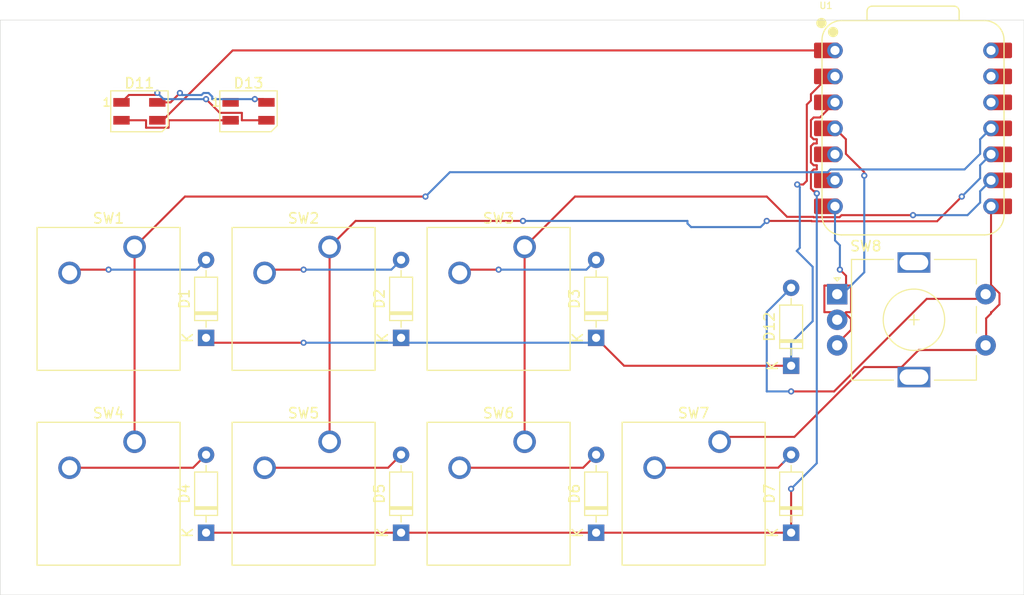
<source format=kicad_pcb>
(kicad_pcb (version 20241129) (generator "pcbnew") (generator_version "8.99")
  (layers (0 "F.Cu" signal) (2 "B.Cu" signal) (13 "F.Paste" user) (15 "B.Paste" user) (5 "F.SilkS" user "F.Silkscreen") (7 "B.SilkS" user "B.Silkscreen") (1 "F.Mask" user) (3 "B.Mask" user) (25 "Edge.Cuts" user))
  (net 0 "")
  (net 1 "Net-(D1-K)")
  (net 2 "Net-(D1-A)")
  (net 3 "Net-(D2-A)")
  (net 4 "Net-(D3-A)")
  (net 5 "Net-(D4-K)")
  (net 6 "Net-(D4-A)")
  (net 7 "Net-(D5-A)")
  (net 8 "Net-(D6-A)")
  (net 9 "Net-(D7-A)")
  (net 10 "Net-(D12-A)")
  (net 11 "+5V")
  (net 12 "GND")
  (net 13 "Net-(U1-GPIO3{slash}MOSI)")
  (net 14 "Net-(U1-GPIO4{slash}MISO)")
  (net 15 "Net-(U1-GPIO2{slash}SCK)")
  (net 16 "Net-(U1-GPIO1{slash}RX)")
  (net 17 "Net-(D11-DIN)")
  (net 18 "Net-(U1-GPIO0{slash}TX)")
  (net 22 "Net-(D11-DOUT)")
  (net 24 "Net-(U1-GPIO29{slash}ADC3{slash}A3)")
  (net 26 "unconnected-(U1-GPIO7{slash}SCL-Pad6)")
  (footprint "Diode_THT:D_DO-35_SOD27_P7.62mm_Horizontal" (layer "F.Cu") (at 126.2036 101.9156 90)
    (property "Reference" "D6" (at 3.81 -2.12 90) (layer "F.SilkS"))
    (property "Value" "1N4148")
    (fp_line (start 5.93 -1.12) (end 1.69 -1.12) (stroke (width 0.12)) (layer "F.SilkS"))
    (fp_line (start 2.53 -1.12) (end 2.53 1.12) (stroke (width 0.12)) (layer "F.SilkS"))
    (fp_line (start 2.41 -1.12) (end 2.41 1.12) (stroke (width 0.12)) (layer "F.SilkS"))
    (fp_line (start 2.29 -1.12) (end 2.29 1.12) (stroke (width 0.12)) (layer "F.SilkS"))
    (fp_line (start 1.69 -1.12) (end 1.69 1.12) (stroke (width 0.12)) (layer "F.SilkS"))
    (fp_line (start 6.58 0) (end 5.93 0) (stroke (width 0.12)) (layer "F.SilkS"))
    (fp_line (start 1.04 0) (end 1.69 0) (stroke (width 0.12)) (layer "F.SilkS"))
    (fp_line (start 5.93 1.12) (end 5.93 -1.12) (stroke (width 0.12)) (layer "F.SilkS"))
    (fp_line (start 1.69 1.12) (end 5.93 1.12) (stroke (width 0.12)) (layer "F.SilkS"))
    (fp_text user "K" (at 0 -1.8 90) (layer "F.SilkS"))
    (pad "1" thru_hole rect (at 0 0 90) (size 1.6 1.6) (drill 0.8) (layers "*.Cu" "*.Mask") (net 5 "Net-(D4-K)"))
    (pad "2" thru_hole oval (at 7.62 0 90) (size 1.6 1.6) (drill 0.8) (layers "*.Cu" "*.Mask") (net 8 "Net-(D6-A)"))
  )
  (footprint "3dlibrary:SW_Cherry_MX_1.00u_PCB" (layer "F.Cu") (at 100.1692 73.976)
    (property "Reference" "SW2" (at -2.54 -2.794 0) (layer "F.SilkS"))
    (property "Value" "SW_Push")
    (fp_line (start -9.525 -1.905) (end 4.445 -1.905) (stroke (width 0.12)) (layer "F.SilkS"))
    (fp_line (start -9.525 12.065) (end -9.525 -1.905) (stroke (width 0.12)) (layer "F.SilkS"))
    (fp_line (start 4.445 -1.905) (end 4.445 12.065) (stroke (width 0.12)) (layer "F.SilkS"))
    (fp_line (start 4.445 12.065) (end -9.525 12.065) (stroke (width 0.12)) (layer "F.SilkS"))
    (pad "" np_thru_hole circle (at -7.62 5.08) (size 1.7 1.7) (drill 1.7) (layers "*.Cu" "*.Mask"))
    (pad "" np_thru_hole circle (at -2.54 5.08) (size 4 4) (drill 4) (layers "*.Cu" "*.Mask"))
    (pad "" np_thru_hole circle (at 2.54 5.08) (size 1.7 1.7) (drill 1.7) (layers "*.Cu" "*.Mask"))
    (pad "1" thru_hole circle (at 0 0) (size 2.2 2.2) (drill 1.5) (layers "*.Cu" "*.Mask") (net 14 "Net-(U1-GPIO4{slash}MISO)"))
    (pad "2" thru_hole circle (at -6.35 2.54) (size 2.2 2.2) (drill 1.5) (layers "*.Cu" "*.Mask") (net 3 "Net-(D2-A)"))
  )
  (footprint "3dlibrary:RotaryEncoder_Alps_EC11E-Switch_Vertical_H20mm" (layer "F.Cu") (at 149.75 78.6)
    (property "Reference" "SW8" (at 2.8 -4.7 0) (layer "F.SilkS"))
    (property "Value" "RotaryEncoder_Switch")
    (fp_line (start -0.3 -1.6) (end 0.3 -1.6) (stroke (width 0.12)) (layer "F.SilkS"))
    (fp_line (start 0 -1.3) (end -0.3 -1.6) (stroke (width 0.12)) (layer "F.SilkS"))
    (fp_line (start 0.3 -1.6) (end 0 -1.3) (stroke (width 0.12)) (layer "F.SilkS"))
    (fp_line (start 1.4 -3.4) (end 1.4 8.4) (stroke (width 0.12)) (layer "F.SilkS"))
    (fp_line (start 5.5 -3.4) (end 1.4 -3.4) (stroke (width 0.12)) (layer "F.SilkS"))
    (fp_line (start 5.5 8.4) (end 1.4 8.4) (stroke (width 0.12)) (layer "F.SilkS"))
    (fp_line (start 7 2.5) (end 8 2.5) (stroke (width 0.12)) (layer "F.SilkS"))
    (fp_line (start 7.5 2) (end 7.5 3) (stroke (width 0.12)) (layer "F.SilkS"))
    (fp_line (start 9.5 -3.4) (end 13.6 -3.4) (stroke (width 0.12)) (layer "F.SilkS"))
    (fp_line (start 13.6 -3.4) (end 13.6 -1) (stroke (width 0.12)) (layer "F.SilkS"))
    (fp_line (start 13.6 1.2) (end 13.6 3.8) (stroke (width 0.12)) (layer "F.SilkS"))
    (fp_line (start 13.6 6) (end 13.6 8.4) (stroke (width 0.12)) (layer "F.SilkS"))
    (fp_line (start 13.6 8.4) (end 9.5 8.4) (stroke (width 0.12)) (layer "F.SilkS"))
    (fp_circle (center 7.5 2.5) (end 10.5 2.5) (stroke (width 0.12)) (fill no) (layer "F.SilkS"))
    (pad "A" thru_hole rect (at 0 0) (size 2 2) (drill 1) (layers "*.Cu" "*.Mask") (net 24 "Net-(U1-GPIO29{slash}ADC3{slash}A3)"))
    (pad "B" thru_hole circle (at 0 5) (size 2 2) (drill 1) (layers "*.Cu" "*.Mask") (net 18 "Net-(U1-GPIO0{slash}TX)"))
    (pad "C" thru_hole circle (at 0 2.5) (size 2 2) (drill 1) (layers "*.Cu" "*.Mask") (net 12 "GND"))
    (pad "MP" thru_hole rect (at 7.5 -3.1) (size 3.2 2) (drill oval 2.8 1.5) (layers "*.Cu" "*.Mask"))
    (pad "MP" thru_hole rect (at 7.5 8.1) (size 3.2 2) (drill oval 2.8 1.5) (layers "*.Cu" "*.Mask"))
    (pad "S1" thru_hole circle (at 14.5 5) (size 2 2) (drill 1) (layers "*.Cu" "*.Mask") (net 16 "Net-(U1-GPIO1{slash}RX)"))
    (pad "S2" thru_hole circle (at 14.5 0) (size 2 2) (drill 1) (layers "*.Cu" "*.Mask") (net 10 "Net-(D12-A)"))
  )
  (footprint "3dlibrary:LED_SK6812MINI_PLCC4_3.5x3.5mm_P1.75mm" (layer "F.Cu") (at 81.592 60.7202)
    (property "Reference" "D11" (at 0 -2.75 0) (layer "F.SilkS"))
    (property "Value" "SK6812MINI")
    (fp_line (start -2.8 -2) (end -2.8 2) (stroke (width 0.12)) (layer "F.SilkS"))
    (fp_line (start -2.8 -2) (end 2.8 -2) (stroke (width 0.12)) (layer "F.SilkS"))
    (fp_line (start -2.8 2) (end 2.2 2) (stroke (width 0.12)) (layer "F.SilkS"))
    (fp_line (start 2.8 1.4) (end 2.2 2) (stroke (width 0.12)) (layer "F.SilkS"))
    (fp_line (start 2.8 1.4) (end 2.8 -2) (stroke (width 0.12)) (layer "F.SilkS"))
    (fp_text user "1" (at -3.2 -0.875 0) (layer "F.SilkS") (effects (font (size 0.8 0.8))))
    (pad "1" smd rect (at -1.75 -0.875) (size 1.6 0.85) (layers "F.Cu" "F.Mask" "F.Paste") (net 22 "Net-(D11-DOUT)"))
    (pad "2" smd rect (at -1.75 0.875) (size 1.6 0.85) (layers "F.Cu" "F.Mask" "F.Paste") (net 12 "GND"))
    (pad "3" smd rect (at 1.75 0.875) (size 1.6 0.85) (layers "F.Cu" "F.Mask" "F.Paste") (net 17 "Net-(D11-DIN)"))
    (pad "4" smd rect (at 1.75 -0.875) (size 1.6 0.85) (layers "F.Cu" "F.Mask" "F.Paste") (net 11 "+5V"))
  )
  (footprint "Diode_THT:D_DO-35_SOD27_P7.62mm_Horizontal" (layer "F.Cu") (at 88.1044 101.9156 90)
    (property "Reference" "D4" (at 3.81 -2.12 90) (layer "F.SilkS"))
    (property "Value" "1N4148")
    (fp_line (start 5.93 -1.12) (end 1.69 -1.12) (stroke (width 0.12)) (layer "F.SilkS"))
    (fp_line (start 2.53 -1.12) (end 2.53 1.12) (stroke (width 0.12)) (layer "F.SilkS"))
    (fp_line (start 2.41 -1.12) (end 2.41 1.12) (stroke (width 0.12)) (layer "F.SilkS"))
    (fp_line (start 2.29 -1.12) (end 2.29 1.12) (stroke (width 0.12)) (layer "F.SilkS"))
    (fp_line (start 1.69 -1.12) (end 1.69 1.12) (stroke (width 0.12)) (layer "F.SilkS"))
    (fp_line (start 6.58 0) (end 5.93 0) (stroke (width 0.12)) (layer "F.SilkS"))
    (fp_line (start 1.04 0) (end 1.69 0) (stroke (width 0.12)) (layer "F.SilkS"))
    (fp_line (start 5.93 1.12) (end 5.93 -1.12) (stroke (width 0.12)) (layer "F.SilkS"))
    (fp_line (start 1.69 1.12) (end 5.93 1.12) (stroke (width 0.12)) (layer "F.SilkS"))
    (fp_text user "K" (at 0 -1.8 90) (layer "F.SilkS"))
    (pad "1" thru_hole rect (at 0 0 90) (size 1.6 1.6) (drill 0.8) (layers "*.Cu" "*.Mask") (net 5 "Net-(D4-K)"))
    (pad "2" thru_hole oval (at 7.62 0 90) (size 1.6 1.6) (drill 0.8) (layers "*.Cu" "*.Mask") (net 6 "Net-(D4-A)"))
  )
  (footprint "Diode_THT:D_DO-35_SOD27_P7.62mm_Horizontal" (layer "F.Cu") (at 107.154 101.9156 90)
    (property "Reference" "D5" (at 3.81 -2.12 90) (layer "F.SilkS"))
    (property "Value" "1N4148")
    (fp_line (start 5.93 -1.12) (end 1.69 -1.12) (stroke (width 0.12)) (layer "F.SilkS"))
    (fp_line (start 2.53 -1.12) (end 2.53 1.12) (stroke (width 0.12)) (layer "F.SilkS"))
    (fp_line (start 2.41 -1.12) (end 2.41 1.12) (stroke (width 0.12)) (layer "F.SilkS"))
    (fp_line (start 2.29 -1.12) (end 2.29 1.12) (stroke (width 0.12)) (layer "F.SilkS"))
    (fp_line (start 1.69 -1.12) (end 1.69 1.12) (stroke (width 0.12)) (layer "F.SilkS"))
    (fp_line (start 6.58 0) (end 5.93 0) (stroke (width 0.12)) (layer "F.SilkS"))
    (fp_line (start 1.04 0) (end 1.69 0) (stroke (width 0.12)) (layer "F.SilkS"))
    (fp_line (start 5.93 1.12) (end 5.93 -1.12) (stroke (width 0.12)) (layer "F.SilkS"))
    (fp_line (start 1.69 1.12) (end 5.93 1.12) (stroke (width 0.12)) (layer "F.SilkS"))
    (fp_text user "K" (at 0 -1.8 90) (layer "F.SilkS"))
    (pad "1" thru_hole rect (at 0 0 90) (size 1.6 1.6) (drill 0.8) (layers "*.Cu" "*.Mask") (net 5 "Net-(D4-K)"))
    (pad "2" thru_hole oval (at 7.62 0 90) (size 1.6 1.6) (drill 0.8) (layers "*.Cu" "*.Mask") (net 7 "Net-(D5-A)"))
  )
  (footprint "Diode_THT:D_DO-35_SOD27_P7.62mm_Horizontal" (layer "F.Cu") (at 107.154 82.866 90)
    (property "Reference" "D2" (at 3.81 -2.12 90) (layer "F.SilkS"))
    (property "Value" "1N4148")
    (fp_line (start 5.93 -1.12) (end 1.69 -1.12) (stroke (width 0.12)) (layer "F.SilkS"))
    (fp_line (start 2.53 -1.12) (end 2.53 1.12) (stroke (width 0.12)) (layer "F.SilkS"))
    (fp_line (start 2.41 -1.12) (end 2.41 1.12) (stroke (width 0.12)) (layer "F.SilkS"))
    (fp_line (start 2.29 -1.12) (end 2.29 1.12) (stroke (width 0.12)) (layer "F.SilkS"))
    (fp_line (start 1.69 -1.12) (end 1.69 1.12) (stroke (width 0.12)) (layer "F.SilkS"))
    (fp_line (start 6.58 0) (end 5.93 0) (stroke (width 0.12)) (layer "F.SilkS"))
    (fp_line (start 1.04 0) (end 1.69 0) (stroke (width 0.12)) (layer "F.SilkS"))
    (fp_line (start 5.93 1.12) (end 5.93 -1.12) (stroke (width 0.12)) (layer "F.SilkS"))
    (fp_line (start 1.69 1.12) (end 5.93 1.12) (stroke (width 0.12)) (layer "F.SilkS"))
    (fp_text user "K" (at 0 -1.8 90) (layer "F.SilkS"))
    (pad "1" thru_hole rect (at 0 0 90) (size 1.6 1.6) (drill 0.8) (layers "*.Cu" "*.Mask") (net 1 "Net-(D1-K)"))
    (pad "2" thru_hole oval (at 7.62 0 90) (size 1.6 1.6) (drill 0.8) (layers "*.Cu" "*.Mask") (net 3 "Net-(D2-A)"))
  )
  (footprint "3dlibrary:SW_Cherry_MX_1.00u_PCB" (layer "F.Cu") (at 119.2188 73.976)
    (property "Reference" "SW3" (at -2.54 -2.794 0) (layer "F.SilkS"))
    (property "Value" "SW_Push")
    (fp_line (start -9.525 -1.905) (end 4.445 -1.905) (stroke (width 0.12)) (layer "F.SilkS"))
    (fp_line (start -9.525 12.065) (end -9.525 -1.905) (stroke (width 0.12)) (layer "F.SilkS"))
    (fp_line (start 4.445 -1.905) (end 4.445 12.065) (stroke (width 0.12)) (layer "F.SilkS"))
    (fp_line (start 4.445 12.065) (end -9.525 12.065) (stroke (width 0.12)) (layer "F.SilkS"))
    (pad "" np_thru_hole circle (at -7.62 5.08) (size 1.7 1.7) (drill 1.7) (layers "*.Cu" "*.Mask"))
    (pad "" np_thru_hole circle (at -2.54 5.08) (size 4 4) (drill 4) (layers "*.Cu" "*.Mask"))
    (pad "" np_thru_hole circle (at 2.54 5.08) (size 1.7 1.7) (drill 1.7) (layers "*.Cu" "*.Mask"))
    (pad "1" thru_hole circle (at 0 0) (size 2.2 2.2) (drill 1.5) (layers "*.Cu" "*.Mask") (net 15 "Net-(U1-GPIO2{slash}SCK)"))
    (pad "2" thru_hole circle (at -6.35 2.54) (size 2.2 2.2) (drill 1.5) (layers "*.Cu" "*.Mask") (net 4 "Net-(D3-A)"))
  )
  (footprint "3dlibrary:SW_Cherry_MX_1.00u_PCB" (layer "F.Cu") (at 81.1196 93.0256)
    (property "Reference" "SW4" (at -2.54 -2.794 0) (layer "F.SilkS"))
    (property "Value" "SW_Push")
    (fp_line (start -9.525 -1.905) (end 4.445 -1.905) (stroke (width 0.12)) (layer "F.SilkS"))
    (fp_line (start -9.525 12.065) (end -9.525 -1.905) (stroke (width 0.12)) (layer "F.SilkS"))
    (fp_line (start 4.445 -1.905) (end 4.445 12.065) (stroke (width 0.12)) (layer "F.SilkS"))
    (fp_line (start 4.445 12.065) (end -9.525 12.065) (stroke (width 0.12)) (layer "F.SilkS"))
    (pad "" np_thru_hole circle (at -7.62 5.08) (size 1.7 1.7) (drill 1.7) (layers "*.Cu" "*.Mask"))
    (pad "" np_thru_hole circle (at -2.54 5.08) (size 4 4) (drill 4) (layers "*.Cu" "*.Mask"))
    (pad "" np_thru_hole circle (at 2.54 5.08) (size 1.7 1.7) (drill 1.7) (layers "*.Cu" "*.Mask"))
    (pad "1" thru_hole circle (at 0 0) (size 2.2 2.2) (drill 1.5) (layers "*.Cu" "*.Mask") (net 13 "Net-(U1-GPIO3{slash}MOSI)"))
    (pad "2" thru_hole circle (at -6.35 2.54) (size 2.2 2.2) (drill 1.5) (layers "*.Cu" "*.Mask") (net 6 "Net-(D4-A)"))
  )
  (footprint "Diode_THT:D_DO-35_SOD27_P7.62mm_Horizontal" (layer "F.Cu") (at 88.1044 82.866 90)
    (property "Reference" "D1" (at 3.81 -2.12 90) (layer "F.SilkS"))
    (property "Value" "1N4148")
    (fp_line (start 5.93 -1.12) (end 1.69 -1.12) (stroke (width 0.12)) (layer "F.SilkS"))
    (fp_line (start 2.53 -1.12) (end 2.53 1.12) (stroke (width 0.12)) (layer "F.SilkS"))
    (fp_line (start 2.41 -1.12) (end 2.41 1.12) (stroke (width 0.12)) (layer "F.SilkS"))
    (fp_line (start 2.29 -1.12) (end 2.29 1.12) (stroke (width 0.12)) (layer "F.SilkS"))
    (fp_line (start 1.69 -1.12) (end 1.69 1.12) (stroke (width 0.12)) (layer "F.SilkS"))
    (fp_line (start 6.58 0) (end 5.93 0) (stroke (width 0.12)) (layer "F.SilkS"))
    (fp_line (start 1.04 0) (end 1.69 0) (stroke (width 0.12)) (layer "F.SilkS"))
    (fp_line (start 5.93 1.12) (end 5.93 -1.12) (stroke (width 0.12)) (layer "F.SilkS"))
    (fp_line (start 1.69 1.12) (end 5.93 1.12) (stroke (width 0.12)) (layer "F.SilkS"))
    (fp_text user "K" (at 0 -1.8 90) (layer "F.SilkS"))
    (pad "1" thru_hole rect (at 0 0 90) (size 1.6 1.6) (drill 0.8) (layers "*.Cu" "*.Mask") (net 1 "Net-(D1-K)"))
    (pad "2" thru_hole oval (at 7.62 0 90) (size 1.6 1.6) (drill 0.8) (layers "*.Cu" "*.Mask") (net 2 "Net-(D1-A)"))
  )
  (footprint "3dlibrary:XIAO-RP2040-DIP" (layer "F.Cu") (at 157.1592 62.3876)
    (property "Reference" "U1" (at -8.5 -12 0) (layer "F.SilkS") (effects (font (size 0.635 0.635) (thickness 0.1016))))
    (property "Value" "XIAO-RP2040-DIP")
    (fp_line (start -8.89 8.509) (end -8.89 -8.636) (stroke (width 0.127)) (layer "F.SilkS"))
    (fp_line (start -6.985 10.414) (end 6.985 10.414) (stroke (width 0.127)) (layer "F.SilkS"))
    (fp_line (start -4.495 -10.541) (end -4.491272 -11.451272) (stroke (width 0.127)) (layer "F.SilkS"))
    (fp_line (start -3.991272 -11.951) (end 4.004 -11.951) (stroke (width 0.127)) (layer "F.SilkS"))
    (fp_line (start 4.504 -11.451) (end 4.504 -10.541) (stroke (width 0.127)) (layer "F.SilkS"))
    (fp_line (start 6.985 -10.541) (end -6.985 -10.541) (stroke (width 0.1)) (layer "F.SilkS"))
    (fp_line (start 6.985 -10.541) (end -6.985 -10.541) (stroke (width 0.127)) (layer "F.SilkS"))
    (fp_line (start 8.89 8.509) (end 8.89 -8.636) (stroke (width 0.127)) (layer "F.SilkS"))
    (fp_arc (start -8.89 -8.636) (mid -8.332038 -9.983038) (end -6.985 -10.541) (stroke (width 0.127)) (layer "F.SilkS"))
    (fp_arc (start -6.985 10.414) (mid -8.332038 9.856038) (end -8.89 8.509) (stroke (width 0.127)) (layer "F.SilkS"))
    (fp_arc (start -4.491272 -11.451272) (mid -4.344724 -11.804644) (end -3.991272 -11.951) (stroke (width 0.127)) (layer "F.SilkS"))
    (fp_arc (start 4.004 -11.951) (mid 4.357553 -11.804553) (end 4.504 -11.451) (stroke (width 0.127)) (layer "F.SilkS"))
    (fp_arc (start 6.985 -10.541) (mid 8.332038 -9.983038) (end 8.89 -8.636) (stroke (width 0.127)) (layer "F.SilkS"))
    (fp_arc (start 8.89 8.509) (mid 8.332038 9.856038) (end 6.985 10.414) (stroke (width 0.127)) (layer "F.SilkS"))
    (fp_circle (center -8.95 -10.3) (end -8.95 -10.554) (stroke (width 0.5)) (fill yes) (layer "F.SilkS"))
    (fp_circle (center -7.807 -9.42) (end -7.807 -9.674) (stroke (width 0.5)) (fill yes) (layer "F.SilkS"))
    (pad "1" smd roundrect (at -8.455 -7.62 180) (size 2.432 1.524) (layers "F.Cu" "F.Mask") (roundrect_rratio 0.1) (net 17 "Net-(D11-DIN)"))
    (pad "1" thru_hole circle (at -7.62 -7.62 180) (size 1.524 1.524) (drill 0.889) (layers "*.Cu" "*.Mask") (net 17 "Net-(D11-DIN)"))
    (pad "2" smd roundrect (at -8.455 -5.08 180) (size 2.432 1.524) (layers "F.Cu" "F.Mask") (roundrect_rratio 0.1) (net 1 "Net-(D1-K)"))
    (pad "2" thru_hole circle (at -7.62 -5.08 180) (size 1.524 1.524) (drill 0.889) (layers "*.Cu" "*.Mask") (net 1 "Net-(D1-K)"))
    (pad "3" smd roundrect (at -8.455 -2.54 180) (size 2.432 1.524) (layers "F.Cu" "F.Mask") (roundrect_rratio 0.1) (net 5 "Net-(D4-K)"))
    (pad "3" thru_hole circle (at -7.62 -2.54 180) (size 1.524 1.524) (drill 0.889) (layers "*.Cu" "*.Mask") (net 5 "Net-(D4-K)"))
    (pad "4" smd roundrect (at -8.455 0 180) (size 2.432 1.524) (layers "F.Cu" "F.Mask") (roundrect_rratio 0.1) (net 24 "Net-(U1-GPIO29{slash}ADC3{slash}A3)"))
    (pad "4" thru_hole circle (at -7.62 0 180) (size 1.524 1.524) (drill 0.889) (layers "*.Cu" "*.Mask") (net 24 "Net-(U1-GPIO29{slash}ADC3{slash}A3)"))
    (pad "5" smd roundrect (at -8.455 2.54 180) (size 2.432 1.524) (layers "F.Cu" "F.Mask") (roundrect_rratio 0.1))
    (pad "5" thru_hole circle (at -7.62 2.54 180) (size 1.524 1.524) (drill 0.889) (layers "*.Cu" "*.Mask"))
    (pad "6" smd roundrect (at -8.455 5.08 180) (size 2.432 1.524) (layers "F.Cu" "F.Mask") (roundrect_rratio 0.1) (net 26 "unconnected-(U1-GPIO7{slash}SCL-Pad6)"))
    (pad "6" thru_hole circle (at -7.62 5.08 180) (size 1.524 1.524) (drill 0.889) (layers "*.Cu" "*.Mask") (net 26 "unconnected-(U1-GPIO7{slash}SCL-Pad6)"))
    (pad "7" smd roundrect (at -8.455 7.62 180) (size 2.432 1.524) (layers "F.Cu" "F.Mask") (roundrect_rratio 0.1) (net 18 "Net-(U1-GPIO0{slash}TX)"))
    (pad "7" thru_hole circle (at -7.62 7.62 180) (size 1.524 1.524) (drill 0.889) (layers "*.Cu" "*.Mask") (net 18 "Net-(U1-GPIO0{slash}TX)"))
    (pad "8" thru_hole circle (at 7.62 7.62) (size 1.524 1.524) (drill 0.889) (layers "*.Cu" "*.Mask") (net 16 "Net-(U1-GPIO1{slash}RX)"))
    (pad "8" smd roundrect (at 8.455 7.62) (size 2.432 1.524) (layers "F.Cu" "F.Mask") (roundrect_rratio 0.1) (net 16 "Net-(U1-GPIO1{slash}RX)"))
    (pad "9" thru_hole circle (at 7.62 5.08) (size 1.524 1.524) (drill 0.889) (layers "*.Cu" "*.Mask") (net 15 "Net-(U1-GPIO2{slash}SCK)"))
    (pad "9" smd roundrect (at 8.455 5.08) (size 2.432 1.524) (layers "F.Cu" "F.Mask") (roundrect_rratio 0.1) (net 15 "Net-(U1-GPIO2{slash}SCK)"))
    (pad "10" thru_hole circle (at 7.62 2.54) (size 1.524 1.524) (drill 0.889) (layers "*.Cu" "*.Mask") (net 14 "Net-(U1-GPIO4{slash}MISO)"))
    (pad "10" smd roundrect (at 8.455 2.54) (size 2.432 1.524) (layers "F.Cu" "F.Mask") (roundrect_rratio 0.1) (net 14 "Net-(U1-GPIO4{slash}MISO)"))
    (pad "11" thru_hole circle (at 7.62 0) (size 1.524 1.524) (drill 0.889) (layers "*.Cu" "*.Mask") (net 13 "Net-(U1-GPIO3{slash}MOSI)"))
    (pad "11" smd roundrect (at 8.455 0) (size 2.432 1.524) (layers "F.Cu" "F.Mask") (roundrect_rratio 0.1) (net 13 "Net-(U1-GPIO3{slash}MOSI)"))
    (pad "12" thru_hole circle (at 7.62 -2.54) (size 1.524 1.524) (drill 0.889) (layers "*.Cu" "*.Mask"))
    (pad "12" smd roundrect (at 8.455 -2.54) (size 2.432 1.524) (layers "F.Cu" "F.Mask") (roundrect_rratio 0.1))
    (pad "13" thru_hole circle (at 7.62 -5.08) (size 1.524 1.524) (drill 0.889) (layers "*.Cu" "*.Mask"))
    (pad "13" smd roundrect (at 8.455 -5.08) (size 2.432 1.524) (layers "F.Cu" "F.Mask") (roundrect_rratio 0.1))
    (pad "14" thru_hole circle (at 7.62 -7.62) (size 1.524 1.524) (drill 0.889) (layers "*.Cu" "*.Mask"))
    (pad "14" smd roundrect (at 8.455 -7.62) (size 2.432 1.524) (layers "F.Cu" "F.Mask") (roundrect_rratio 0.1))
  )
  (footprint "3dlibrary:SW_Cherry_MX_1.00u_PCB" (layer "F.Cu") (at 81.1196 73.976)
    (property "Reference" "SW1" (at -2.54 -2.794 0) (layer "F.SilkS"))
    (property "Value" "SW_Push")
    (fp_line (start -9.525 -1.905) (end 4.445 -1.905) (stroke (width 0.12)) (layer "F.SilkS"))
    (fp_line (start -9.525 12.065) (end -9.525 -1.905) (stroke (width 0.12)) (layer "F.SilkS"))
    (fp_line (start 4.445 -1.905) (end 4.445 12.065) (stroke (width 0.12)) (layer "F.SilkS"))
    (fp_line (start 4.445 12.065) (end -9.525 12.065) (stroke (width 0.12)) (layer "F.SilkS"))
    (pad "" np_thru_hole circle (at -7.62 5.08) (size 1.7 1.7) (drill 1.7) (layers "*.Cu" "*.Mask"))
    (pad "" np_thru_hole circle (at -2.54 5.08) (size 4 4) (drill 4) (layers "*.Cu" "*.Mask"))
    (pad "" np_thru_hole circle (at 2.54 5.08) (size 1.7 1.7) (drill 1.7) (layers "*.Cu" "*.Mask"))
    (pad "1" thru_hole circle (at 0 0) (size 2.2 2.2) (drill 1.5) (layers "*.Cu" "*.Mask") (net 13 "Net-(U1-GPIO3{slash}MOSI)"))
    (pad "2" thru_hole circle (at -6.35 2.54) (size 2.2 2.2) (drill 1.5) (layers "*.Cu" "*.Mask") (net 2 "Net-(D1-A)"))
  )
  (footprint "Diode_THT:D_DO-35_SOD27_P7.62mm_Horizontal" (layer "F.Cu") (at 126.2036 82.866 90)
    (property "Reference" "D3" (at 3.81 -2.12 90) (layer "F.SilkS"))
    (property "Value" "1N4148")
    (fp_line (start 5.93 -1.12) (end 1.69 -1.12) (stroke (width 0.12)) (layer "F.SilkS"))
    (fp_line (start 2.53 -1.12) (end 2.53 1.12) (stroke (width 0.12)) (layer "F.SilkS"))
    (fp_line (start 2.41 -1.12) (end 2.41 1.12) (stroke (width 0.12)) (layer "F.SilkS"))
    (fp_line (start 2.29 -1.12) (end 2.29 1.12) (stroke (width 0.12)) (layer "F.SilkS"))
    (fp_line (start 1.69 -1.12) (end 1.69 1.12) (stroke (width 0.12)) (layer "F.SilkS"))
    (fp_line (start 6.58 0) (end 5.93 0) (stroke (width 0.12)) (layer "F.SilkS"))
    (fp_line (start 1.04 0) (end 1.69 0) (stroke (width 0.12)) (layer "F.SilkS"))
    (fp_line (start 5.93 1.12) (end 5.93 -1.12) (stroke (width 0.12)) (layer "F.SilkS"))
    (fp_line (start 1.69 1.12) (end 5.93 1.12) (stroke (width 0.12)) (layer "F.SilkS"))
    (fp_text user "K" (at 0 -1.8 90) (layer "F.SilkS"))
    (pad "1" thru_hole rect (at 0 0 90) (size 1.6 1.6) (drill 0.8) (layers "*.Cu" "*.Mask") (net 1 "Net-(D1-K)"))
    (pad "2" thru_hole oval (at 7.62 0 90) (size 1.6 1.6) (drill 0.8) (layers "*.Cu" "*.Mask") (net 4 "Net-(D3-A)"))
  )
  (footprint "Diode_THT:D_DO-35_SOD27_P7.62mm_Horizontal" (layer "F.Cu") (at 145.2532 85.5952 90)
    (property "Reference" "D12" (at 3.81 -2.12 90) (layer "F.SilkS"))
    (property "Value" "1N4148")
    (fp_line (start 5.93 -1.12) (end 1.69 -1.12) (stroke (width 0.12)) (layer "F.SilkS"))
    (fp_line (start 2.53 -1.12) (end 2.53 1.12) (stroke (width 0.12)) (layer "F.SilkS"))
    (fp_line (start 2.41 -1.12) (end 2.41 1.12) (stroke (width 0.12)) (layer "F.SilkS"))
    (fp_line (start 2.29 -1.12) (end 2.29 1.12) (stroke (width 0.12)) (layer "F.SilkS"))
    (fp_line (start 1.69 -1.12) (end 1.69 1.12) (stroke (width 0.12)) (layer "F.SilkS"))
    (fp_line (start 6.58 0) (end 5.93 0) (stroke (width 0.12)) (layer "F.SilkS"))
    (fp_line (start 1.04 0) (end 1.69 0) (stroke (width 0.12)) (layer "F.SilkS"))
    (fp_line (start 5.93 1.12) (end 5.93 -1.12) (stroke (width 0.12)) (layer "F.SilkS"))
    (fp_line (start 1.69 1.12) (end 5.93 1.12) (stroke (width 0.12)) (layer "F.SilkS"))
    (fp_text user "K" (at 0 -1.8 90) (layer "F.SilkS"))
    (pad "1" thru_hole rect (at 0 0 90) (size 1.6 1.6) (drill 0.8) (layers "*.Cu" "*.Mask") (net 1 "Net-(D1-K)"))
    (pad "2" thru_hole oval (at 7.62 0 90) (size 1.6 1.6) (drill 0.8) (layers "*.Cu" "*.Mask") (net 10 "Net-(D12-A)"))
  )
  (footprint "3dlibrary:SW_Cherry_MX_1.00u_PCB" (layer "F.Cu") (at 100.1692 93.0256)
    (property "Reference" "SW5" (at -2.54 -2.794 0) (layer "F.SilkS"))
    (property "Value" "SW_Push")
    (fp_line (start -9.525 -1.905) (end 4.445 -1.905) (stroke (width 0.12)) (layer "F.SilkS"))
    (fp_line (start -9.525 12.065) (end -9.525 -1.905) (stroke (width 0.12)) (layer "F.SilkS"))
    (fp_line (start 4.445 -1.905) (end 4.445 12.065) (stroke (width 0.12)) (layer "F.SilkS"))
    (fp_line (start 4.445 12.065) (end -9.525 12.065) (stroke (width 0.12)) (layer "F.SilkS"))
    (pad "" np_thru_hole circle (at -7.62 5.08) (size 1.7 1.7) (drill 1.7) (layers "*.Cu" "*.Mask"))
    (pad "" np_thru_hole circle (at -2.54 5.08) (size 4 4) (drill 4) (layers "*.Cu" "*.Mask"))
    (pad "" np_thru_hole circle (at 2.54 5.08) (size 1.7 1.7) (drill 1.7) (layers "*.Cu" "*.Mask"))
    (pad "1" thru_hole circle (at 0 0) (size 2.2 2.2) (drill 1.5) (layers "*.Cu" "*.Mask") (net 14 "Net-(U1-GPIO4{slash}MISO)"))
    (pad "2" thru_hole circle (at -6.35 2.54) (size 2.2 2.2) (drill 1.5) (layers "*.Cu" "*.Mask") (net 7 "Net-(D5-A)"))
  )
  (footprint "Diode_THT:D_DO-35_SOD27_P7.62mm_Horizontal" (layer "F.Cu") (at 145.2532 101.9156 90)
    (property "Reference" "D7" (at 3.81 -2.12 90) (layer "F.SilkS"))
    (property "Value" "1N4148")
    (fp_line (start 5.93 -1.12) (end 1.69 -1.12) (stroke (width 0.12)) (layer "F.SilkS"))
    (fp_line (start 2.53 -1.12) (end 2.53 1.12) (stroke (width 0.12)) (layer "F.SilkS"))
    (fp_line (start 2.41 -1.12) (end 2.41 1.12) (stroke (width 0.12)) (layer "F.SilkS"))
    (fp_line (start 2.29 -1.12) (end 2.29 1.12) (stroke (width 0.12)) (layer "F.SilkS"))
    (fp_line (start 1.69 -1.12) (end 1.69 1.12) (stroke (width 0.12)) (layer "F.SilkS"))
    (fp_line (start 6.58 0) (end 5.93 0) (stroke (width 0.12)) (layer "F.SilkS"))
    (fp_line (start 1.04 0) (end 1.69 0) (stroke (width 0.12)) (layer "F.SilkS"))
    (fp_line (start 5.93 1.12) (end 5.93 -1.12) (stroke (width 0.12)) (layer "F.SilkS"))
    (fp_line (start 1.69 1.12) (end 5.93 1.12) (stroke (width 0.12)) (layer "F.SilkS"))
    (fp_text user "K" (at 0 -1.8 90) (layer "F.SilkS"))
    (pad "1" thru_hole rect (at 0 0 90) (size 1.6 1.6) (drill 0.8) (layers "*.Cu" "*.Mask") (net 5 "Net-(D4-K)"))
    (pad "2" thru_hole oval (at 7.62 0 90) (size 1.6 1.6) (drill 0.8) (layers "*.Cu" "*.Mask") (net 9 "Net-(D7-A)"))
  )
  (footprint "3dlibrary:SW_Cherry_MX_1.00u_PCB" (layer "F.Cu") (at 119.2188 93.0256)
    (property "Reference" "SW6" (at -2.54 -2.794 0) (layer "F.SilkS"))
    (property "Value" "SW_Push")
    (fp_line (start -9.525 -1.905) (end 4.445 -1.905) (stroke (width 0.12)) (layer "F.SilkS"))
    (fp_line (start -9.525 12.065) (end -9.525 -1.905) (stroke (width 0.12)) (layer "F.SilkS"))
    (fp_line (start 4.445 -1.905) (end 4.445 12.065) (stroke (width 0.12)) (layer "F.SilkS"))
    (fp_line (start 4.445 12.065) (end -9.525 12.065) (stroke (width 0.12)) (layer "F.SilkS"))
    (pad "" np_thru_hole circle (at -7.62 5.08) (size 1.7 1.7) (drill 1.7) (layers "*.Cu" "*.Mask"))
    (pad "" np_thru_hole circle (at -2.54 5.08) (size 4 4) (drill 4) (layers "*.Cu" "*.Mask"))
    (pad "" np_thru_hole circle (at 2.54 5.08) (size 1.7 1.7) (drill 1.7) (layers "*.Cu" "*.Mask"))
    (pad "1" thru_hole circle (at 0 0) (size 2.2 2.2) (drill 1.5) (layers "*.Cu" "*.Mask") (net 15 "Net-(U1-GPIO2{slash}SCK)"))
    (pad "2" thru_hole circle (at -6.35 2.54) (size 2.2 2.2) (drill 1.5) (layers "*.Cu" "*.Mask") (net 8 "Net-(D6-A)"))
  )
  (footprint "3dlibrary:LED_SK6812MINI_PLCC4_3.5x3.5mm_P1.75mm" (layer "F.Cu") (at 92.25 60.7202)
    (property "Reference" "D13" (at 0 -2.75 0) (layer "F.SilkS"))
    (property "Value" "SK6812MINI")
    (fp_line (start -2.8 -2) (end -2.8 2) (stroke (width 0.12)) (layer "F.SilkS"))
    (fp_line (start -2.8 -2) (end 2.8 -2) (stroke (width 0.12)) (layer "F.SilkS"))
    (fp_line (start -2.8 2) (end 2.2 2) (stroke (width 0.12)) (layer "F.SilkS"))
    (fp_line (start 2.8 1.4) (end 2.2 2) (stroke (width 0.12)) (layer "F.SilkS"))
    (fp_line (start 2.8 1.4) (end 2.8 -2) (stroke (width 0.12)) (layer "F.SilkS"))
    (fp_text user "1" (at -3.2 -0.875 0) (layer "F.SilkS") (effects (font (size 0.8 0.8))))
    (pad "1" smd rect (at -1.75 -0.875) (size 1.6 0.85) (layers "F.Cu" "F.Mask" "F.Paste"))
    (pad "2" smd rect (at -1.75 0.875) (size 1.6 0.85) (layers "F.Cu" "F.Mask" "F.Paste") (net 12 "GND"))
    (pad "3" smd rect (at 1.75 0.875) (size 1.6 0.85) (layers "F.Cu" "F.Mask" "F.Paste") (net 22 "Net-(D11-DOUT)"))
    (pad "4" smd rect (at 1.75 -0.875) (size 1.6 0.85) (layers "F.Cu" "F.Mask" "F.Paste") (net 11 "+5V"))
  )
  (footprint "3dlibrary:SW_Cherry_MX_1.00u_PCB" (layer "F.Cu") (at 138.2684 93.02)
    (property "Reference" "SW7" (at -2.54 -2.794 0) (layer "F.SilkS"))
    (property "Value" "SW_Push")
    (fp_line (start -9.525 -1.905) (end 4.445 -1.905) (stroke (width 0.12)) (layer "F.SilkS"))
    (fp_line (start -9.525 12.065) (end -9.525 -1.905) (stroke (width 0.12)) (layer "F.SilkS"))
    (fp_line (start 4.445 -1.905) (end 4.445 12.065) (stroke (width 0.12)) (layer "F.SilkS"))
    (fp_line (start 4.445 12.065) (end -9.525 12.065) (stroke (width 0.12)) (layer "F.SilkS"))
    (pad "" np_thru_hole circle (at -7.62 5.08) (size 1.7 1.7) (drill 1.7) (layers "*.Cu" "*.Mask"))
    (pad "" np_thru_hole circle (at -2.54 5.08) (size 4 4) (drill 4) (layers "*.Cu" "*.Mask"))
    (pad "" np_thru_hole circle (at 2.54 5.08) (size 1.7 1.7) (drill 1.7) (layers "*.Cu" "*.Mask"))
    (pad "1" thru_hole circle (at 0 0) (size 2.2 2.2) (drill 1.5) (layers "*.Cu" "*.Mask") (net 16 "Net-(U1-GPIO1{slash}RX)"))
    (pad "2" thru_hole circle (at -6.35 2.54) (size 2.2 2.2) (drill 1.5) (layers "*.Cu" "*.Mask") (net 9 "Net-(D7-A)"))
  )
  (gr_rect (start 68 51.8) (end 168 108) (stroke (width 0.05)) (fill no) (layer "Edge.Cuts"))
  (segment (start 148.925574 57.3076) (end 149.5392 57.3076) (width 0.2) (layer "F.Cu") (net 1))
  (segment (start 147.1872 59.045974) (end 148.925574 57.3076) (width 0.2) (layer "F.Cu") (net 1))
  (segment (start 128.9328 85.5952) (end 145.2532 85.5952) (width 0.2) (layer "F.Cu") (net 1))
  (segment (start 145.849848 67.8736) (end 146.4344 67.8736) (width 0.2) (layer "F.Cu") (net 1))
  (segment (start 126.2036 82.866) (end 128.9328 85.5952) (width 0.2) (layer "F.Cu") (net 1))
  (segment (start 146.7862 60.0606) (end 147.1872 59.6596) (width 0.2) (layer "F.Cu") (net 1))
  (segment (start 146.4344 67.8736) (end 146.7862 67.5218) (width 0.2) (layer "F.Cu") (net 1))
  (segment (start 146.7862 67.5218) (end 146.7862 60.0606) (width 0.2) (layer "F.Cu") (net 1))
  (segment (start 88.1044 82.866) (end 88.5804 83.342) (width 0.2) (layer "F.Cu") (net 1))
  (segment (start 147.1872 59.6596) (end 147.1872 59.045974) (width 0.2) (layer "F.Cu") (net 1))
  (segment (start 88.5804 83.342) (end 97.6292 83.342) (width 0.2) (layer "F.Cu") (net 1))
  (via (at 97.6292 83.342) (size 0.6) (drill 0.3) (layers "F.Cu" "B.Cu") (net 1))
  (via (at 145.849848 67.8736) (size 0.6) (drill 0.3) (layers "F.Cu" "B.Cu") (net 1))
  (segment (start 125.7276 83.342) (end 126.2036 82.866) (width 0.2) (layer "B.Cu") (net 1))
  (segment (start 147.356903 75.920903) (end 145.801973 74.365973) (width 0.2) (layer "B.Cu") (net 1))
  (segment (start 97.6292 83.342) (end 125.7276 83.342) (width 0.2) (layer "B.Cu") (net 1))
  (segment (start 145.2532 85.5952) (end 145.2532 83.342) (width 0.2) (layer "B.Cu") (net 1))
  (segment (start 147.356903 81.238297) (end 147.356903 75.920903) (width 0.2) (layer "B.Cu") (net 1))
  (segment (start 146.101803 68.125555) (end 145.849848 67.8736) (width 0.2) (layer "B.Cu") (net 1))
  (segment (start 145.801973 74.365973) (end 146.101803 74.066143) (width 0.2) (layer "B.Cu") (net 1))
  (segment (start 146.101803 74.066143) (end 146.101803 68.125555) (width 0.2) (layer "B.Cu") (net 1))
  (segment (start 145.2532 83.342) (end 147.356903 81.238297) (width 0.2) (layer "B.Cu") (net 1))
  (segment (start 74.7696 76.516) (end 75.0872 76.1984) (width 0.2) (layer "F.Cu") (net 2))
  (segment (start 75.0872 76.1984) (end 78.5796 76.1984) (width 0.2) (layer "F.Cu") (net 2))
  (via (at 78.5796 76.1984) (size 0.6) (drill 0.3) (layers "F.Cu" "B.Cu") (net 2))
  (segment (start 87.152 76.1984) (end 88.1044 75.246) (width 0.2) (layer "B.Cu") (net 2))
  (segment (start 78.5796 76.1984) (end 87.152 76.1984) (width 0.2) (layer "B.Cu") (net 2))
  (segment (start 94.1368 76.1984) (end 97.6292 76.1984) (width 0.2) (layer "F.Cu") (net 3))
  (segment (start 93.8192 76.516) (end 94.1368 76.1984) (width 0.2) (layer "F.Cu") (net 3))
  (via (at 97.6292 76.1984) (size 0.6) (drill 0.3) (layers "F.Cu" "B.Cu") (net 3))
  (segment (start 97.6292 76.1984) (end 106.2016 76.1984) (width 0.2) (layer "B.Cu") (net 3))
  (segment (start 106.2016 76.1984) (end 107.154 75.246) (width 0.2) (layer "B.Cu") (net 3))
  (segment (start 112.8688 76.516) (end 113.1864 76.1984) (width 0.2) (layer "F.Cu") (net 4))
  (segment (start 113.1864 76.1984) (end 116.6788 76.1984) (width 0.2) (layer "F.Cu") (net 4))
  (via (at 116.6788 76.1984) (size 0.6) (drill 0.3) (layers "F.Cu" "B.Cu") (net 4))
  (segment (start 125.2512 76.1984) (end 126.2036 75.246) (width 0.2) (layer "B.Cu") (net 4))
  (segment (start 116.6788 76.1984) (end 125.2512 76.1984) (width 0.2) (layer "B.Cu") (net 4))
  (segment (start 147.448574 63.4506) (end 147.1872 63.189226) (width 0.2) (layer "F.Cu") (net 5))
  (segment (start 147.1872 68.269226) (end 147.1872 66.665974) (width 0.2) (layer "F.Cu") (net 5))
  (segment (start 147.1872 65.729226) (end 147.1872 64.125974) (width 0.2) (layer "F.Cu") (net 5))
  (segment (start 147.757903 63.4506) (end 147.448574 63.4506) (width 0.2) (layer "F.Cu") (net 5))
  (segment (start 107.154 101.9156) (end 145.2532 101.9156) (width 0.2) (layer "F.Cu") (net 5))
  (segment (start 147.1872 66.665974) (end 147.448574 66.4046) (width 0.2) (layer "F.Cu") (net 5))
  (segment (start 147.448574 63.8646) (end 147.757903 63.8646) (width 0.2) (layer "F.Cu") (net 5))
  (segment (start 147.1872 63.189226) (end 147.1872 61.585974) (width 0.2) (layer "F.Cu") (net 5))
  (segment (start 147.757903 68.931297) (end 147.757903 68.5306) (width 0.2) (layer "F.Cu") (net 5))
  (segment (start 147.448574 66.4046) (end 147.757903 66.4046) (width 0.2) (layer "F.Cu") (net 5))
  (segment (start 147.448574 68.5306) (end 147.1872 68.269226) (width 0.2) (layer "F.Cu") (net 5))
  (segment (start 145.2532 101.9156) (end 145.2532 97.6292) (width 0.2) (layer "F.Cu") (net 5))
  (segment (start 148.0622 61.3246) (end 149.5392 59.8476) (width 0.2) (layer "F.Cu") (net 5))
  (segment (start 147.757903 68.7456) (end 147.757903 68.931297) (width 0.2) (layer "F.Cu") (net 5))
  (segment (start 147.757903 68.5306) (end 147.448574 68.5306) (width 0.2) (layer "F.Cu") (net 5))
  (segment (start 147.1872 64.125974) (end 147.448574 63.8646) (width 0.2) (layer "F.Cu") (net 5))
  (segment (start 147.757903 63.8646) (end 147.757903 63.4506) (width 0.2) (layer "F.Cu") (net 5))
  (segment (start 147.448574 61.3246) (end 148.0622 61.3246) (width 0.2) (layer "F.Cu") (net 5))
  (segment (start 147.757903 65.9906) (end 147.448574 65.9906) (width 0.2) (layer "F.Cu") (net 5))
  (segment (start 147.757903 66.4046) (end 147.757903 65.9906) (width 0.2) (layer "F.Cu") (net 5))
  (segment (start 88.1044 101.9156) (end 107.154 101.9156) (width 0.2) (layer "F.Cu") (net 5))
  (segment (start 147.1872 61.585974) (end 147.448574 61.3246) (width 0.2) (layer "F.Cu") (net 5))
  (segment (start 147.448574 65.9906) (end 147.1872 65.729226) (width 0.2) (layer "F.Cu") (net 5))
  (via (at 147.757903 68.7456) (size 0.6) (drill 0.3) (layers "F.Cu" "B.Cu") (net 5))
  (via (at 145.2532 97.6292) (size 0.6) (drill 0.3) (layers "F.Cu" "B.Cu") (net 5))
  (segment (start 147.757903 95.124497) (end 147.757903 68.7456) (width 0.2) (layer "B.Cu") (net 5))
  (segment (start 145.2532 97.6292) (end 147.757903 95.124497) (width 0.2) (layer "B.Cu") (net 5))
  (segment (start 86.8344 95.5656) (end 88.1044 94.2956) (width 0.2) (layer "F.Cu") (net 6))
  (segment (start 74.7696 95.5656) (end 86.8344 95.5656) (width 0.2) (layer "F.Cu") (net 6))
  (segment (start 93.8192 95.5656) (end 105.884 95.5656) (width 0.2) (layer "F.Cu") (net 7))
  (segment (start 105.884 95.5656) (end 107.154 94.2956) (width 0.2) (layer "F.Cu") (net 7))
  (segment (start 112.8688 95.5656) (end 124.9336 95.5656) (width 0.2) (layer "F.Cu") (net 8))
  (segment (start 124.9336 95.5656) (end 126.2036 94.2956) (width 0.2) (layer "F.Cu") (net 8))
  (segment (start 143.9888 95.56) (end 145.2532 94.2956) (width 0.2) (layer "F.Cu") (net 9))
  (segment (start 131.9184 95.56) (end 143.9888 95.56) (width 0.2) (layer "F.Cu") (net 9))
  (segment (start 144.4696 95.0792) (end 145.2532 94.2956) (width 0.2) (layer "B.Cu") (net 9))
  (segment (start 158.4969 79.056) (end 164.3028 79.056) (width 0.2) (layer "F.Cu") (net 10))
  (segment (start 145.2532 88.1044) (end 149.4485 88.1044) (width 0.2) (layer "F.Cu") (net 10))
  (segment (start 149.4485 88.1044) (end 158.4969 79.056) (width 0.2) (layer "F.Cu") (net 10))
  (via (at 145.2532 88.1044) (size 0.6) (drill 0.3) (layers "F.Cu" "B.Cu") (net 10))
  (segment (start 142.872 88.1044) (end 145.2532 88.1044) (width 0.2) (layer "B.Cu") (net 10))
  (segment (start 142.872 85.7232) (end 142.872 88.1044) (width 0.2) (layer "B.Cu") (net 10))
  (segment (start 142.872 80.3564) (end 142.872 85.7232) (width 0.2) (layer "B.Cu") (net 10))
  (segment (start 145.2532 77.9752) (end 142.872 80.3564) (width 0.2) (layer "B.Cu") (net 10))
  (segment (start 92.8668 59.53) (end 93.6848 59.53) (width 0.2) (layer "F.Cu") (net 11))
  (segment (start 84.6334 59.8452) (end 85.5486 58.93) (width 0.2) (layer "F.Cu") (net 11))
  (segment (start 93.6848 59.53) (end 94 59.8452) (width 0.2) (layer "F.Cu") (net 11))
  (segment (start 83.342 59.8452) (end 84.6334 59.8452) (width 0.2) (layer "F.Cu") (net 11))
  (via (at 92.8668 59.53) (size 0.6) (drill 0.3) (layers "F.Cu" "B.Cu") (net 11))
  (via (at 85.5486 58.93) (size 0.6) (drill 0.3) (layers "F.Cu" "B.Cu") (net 11))
  (segment (start 85.5486 58.93) (end 85.7476 59.129) (width 0.2) (layer "B.Cu") (net 11))
  (segment (start 88.7054 59.281057) (end 88.7054 59.53) (width 0.2) (layer "B.Cu") (net 11))
  (segment (start 87.855457 58.929) (end 88.353343 58.929) (width 0.2) (layer "B.Cu") (net 11))
  (segment (start 88.7054 59.53) (end 92.8668 59.53) (width 0.2) (layer "B.Cu") (net 11))
  (segment (start 87.655457 59.129) (end 87.855457 58.929) (width 0.2) (layer "B.Cu") (net 11))
  (segment (start 85.7476 59.129) (end 87.655457 59.129) (width 0.2) (layer "B.Cu") (net 11))
  (segment (start 88.353343 58.929) (end 88.7054 59.281057) (width 0.2) (layer "B.Cu") (net 11))
  (segment (start 150.0156 80.9608) (end 149.4118 80.357) (width 0.2) (layer "F.Cu") (net 12))
  (segment (start 82.241 62.3212) (end 84.443 62.3212) (width 0.2) (layer "F.Cu") (net 12))
  (segment (start 84.443 62.3212) (end 84.443 61.5952) (width 0.2) (layer "F.Cu") (net 12))
  (segment (start 149.8028 81.556) (end 150.0156 81.3432) (width 0.2) (layer "F.Cu") (net 12))
  (segment (start 148.5018 77.755) (end 149.4118 77.755) (width 0.2) (layer "F.Cu") (net 12))
  (segment (start 82.241 61.5952) (end 82.241 62.3212) (width 0.2) (layer "F.Cu") (net 12))
  (segment (start 148.5018 80.357) (end 148.5018 77.755) (width 0.2) (layer "F.Cu") (net 12))
  (segment (start 91.2 61.5952) (end 91.2 61.7613) (width 0.2) (layer "F.Cu") (net 12))
  (segment (start 149.4118 80.357) (end 148.5018 80.357) (width 0.2) (layer "F.Cu") (net 12))
  (segment (start 90.5 61.5952) (end 91.2 61.5952) (width 0.2) (layer "F.Cu") (net 12))
  (segment (start 150.0156 81.3432) (end 150.0156 80.9608) (width 0.2) (layer "F.Cu") (net 12))
  (segment (start 79.842 61.5952) (end 82.241 61.5952) (width 0.2) (layer "F.Cu") (net 12))
  (segment (start 84.443 61.5952) (end 90.5 61.5952) (width 0.2) (layer "F.Cu") (net 12))
  (segment (start 86.0408 69.0548) (end 109.5352 69.0548) (width 0.2) (layer "F.Cu") (net 13))
  (segment (start 81.1196 73.976) (end 86.0408 69.0548) (width 0.2) (layer "F.Cu") (net 13))
  (segment (start 81.1196 73.976) (end 81.1196 93.0256) (width 0.2) (layer "F.Cu") (net 13))
  (via (at 109.5352 69.0548) (size 0.6) (drill 0.3) (layers "F.Cu" "B.Cu") (net 13))
  (segment (start 163.7162 64.879) (end 163.7162 63.4506) (width 0.2) (layer "B.Cu") (net 13))
  (segment (start 148.82989 66.6736) (end 149.09889 66.4046) (width 0.2) (layer "B.Cu") (net 13))
  (segment (start 109.5352 69.0548) (end 111.9164 66.6736) (width 0.2) (layer "B.Cu") (net 13))
  (segment (start 162.1906 66.4046) (end 163.7162 64.879) (width 0.2) (layer "B.Cu") (net 13))
  (segment (start 163.7162 63.4506) (end 164.7792 62.3876) (width 0.2) (layer "B.Cu") (net 13))
  (segment (start 111.9164 66.6736) (end 148.82989 66.6736) (width 0.2) (layer "B.Cu") (net 13))
  (segment (start 149.09889 66.4046) (end 162.1906 66.4046) (width 0.2) (layer "B.Cu") (net 13))
  (segment (start 142.872 71.436) (end 147.246874 71.436) (width 0.2) (layer "F.Cu") (net 14))
  (segment (start 102.7092 71.436) (end 119.06 71.436) (width 0.2) (layer "F.Cu") (net 14))
  (segment (start 100.1692 73.976) (end 100.1692 93.0256) (width 0.2) (layer "F.Cu") (net 14))
  (segment (start 100.1692 73.976) (end 102.7092 71.436) (width 0.2) (layer "F.Cu") (net 14))
  (segment (start 147.246874 71.436) (end 147.282474 71.4716) (width 0.2) (layer "F.Cu") (net 14))
  (segment (start 147.282474 71.4716) (end 159.5048 71.4716) (width 0.2) (layer "F.Cu") (net 14))
  (segment (start 100.1692 73.976) (end 100.0104 73.8172) (width 0.2) (layer "F.Cu") (net 14))
  (segment (start 159.5048 71.4716) (end 161.9216 69.0548) (width 0.2) (layer "F.Cu") (net 14))
  (via (at 142.872 71.436) (size 0.6) (drill 0.3) (layers "F.Cu" "B.Cu") (net 14))
  (via (at 119.06 71.436) (size 0.6) (drill 0.3) (layers "F.Cu" "B.Cu") (net 14))
  (via (at 161.9216 69.0548) (size 0.6) (drill 0.3) (layers "F.Cu" "B.Cu") (net 14))
  (segment (start 135.1274 71.684943) (end 135.479457 72.037) (width 0.2) (layer "B.Cu") (net 14))
  (segment (start 161.9216 69.0548) (end 163.7162 67.2602) (width 0.2) (layer "B.Cu") (net 14))
  (segment (start 163.7162 67.2602) (end 163.7162 65.9906) (width 0.2) (layer "B.Cu") (net 14))
  (segment (start 119.06 71.436) (end 135.1274 71.436) (width 0.2) (layer "B.Cu") (net 14))
  (segment (start 142.271 72.037) (end 142.872 71.436) (width 0.2) (layer "B.Cu") (net 14))
  (segment (start 163.7162 65.9906) (end 164.7792 64.9276) (width 0.2) (layer "B.Cu") (net 14))
  (segment (start 135.1274 71.436) (end 135.1274 71.684943) (width 0.2) (layer "B.Cu") (net 14))
  (segment (start 135.479457 72.037) (end 142.271 72.037) (width 0.2) (layer "B.Cu") (net 14))
  (segment (start 147.412974 71.035) (end 147.448574 71.0706) (width 0.2) (layer "F.Cu") (net 15))
  (segment (start 147.448574 71.0706) (end 149.97951 71.0706) (width 0.2) (layer "F.Cu") (net 15))
  (segment (start 119.2188 73.976) (end 124.14 69.0548) (width 0.2) (layer "F.Cu") (net 15))
  (segment (start 144.8522 71.035) (end 147.412974 71.035) (width 0.2) (layer "F.Cu") (net 15))
  (segment (start 142.872 69.0548) (end 144.8522 71.035) (width 0.2) (layer "F.Cu") (net 15))
  (segment (start 150.17851 70.8716) (end 157.1592 70.8716) (width 0.2) (layer "F.Cu") (net 15))
  (segment (start 149.97951 71.0706) (end 150.17851 70.8716) (width 0.2) (layer "F.Cu") (net 15))
  (segment (start 119.2188 73.976) (end 119.2188 93.0256) (width 0.2) (layer "F.Cu") (net 15))
  (segment (start 124.14 69.0548) (end 142.872 69.0548) (width 0.2) (layer "F.Cu") (net 15))
  (via (at 157.1592 70.8716) (size 0.6) (drill 0.3) (layers "F.Cu" "B.Cu") (net 15))
  (segment (start 162.486 70.8716) (end 163.7162 69.6414) (width 0.2) (layer "B.Cu") (net 15))
  (segment (start 157.1592 70.8716) (end 162.486 70.8716) (width 0.2) (layer "B.Cu") (net 15))
  (segment (start 163.7162 69.6414) (end 163.7162 68.5306) (width 0.2) (layer "B.Cu") (net 15))
  (segment (start 163.7162 68.5306) (end 164.7792 67.4676) (width 0.2) (layer "B.Cu") (net 15))
  (segment (start 165.6038 79.594892) (end 165.6038 78.517108) (width 0.2) (layer "F.Cu") (net 16))
  (segment (start 164.7792 80.4844) (end 164.7792 80.357) (width 0.2) (layer "F.Cu") (net 16))
  (segment (start 138.2684 92.5492) (end 145.5708 92.5492) (width 0.2) (layer "F.Cu") (net 16))
  (segment (start 164.7792 77.755) (end 164.7792 70.0076) (width 0.2) (layer "F.Cu") (net 16))
  (segment (start 152.3968 85.7232) (end 156.04718 85.7232) (width 0.2) (layer "F.Cu") (net 16))
  (segment (start 164.3028 80.9608) (end 164.7792 80.4844) (width 0.2) (layer "F.Cu") (net 16))
  (segment (start 164.841692 77.755) (end 164.7792 77.755) (width 0.2) (layer "F.Cu") (net 16))
  (segment (start 164.841692 80.357) (end 165.6038 79.594892) (width 0.2) (layer "F.Cu") (net 16))
  (segment (start 145.5708 92.5492) (end 152.3968 85.7232) (width 0.2) (layer "F.Cu") (net 16))
  (segment (start 157.71438 84.056) (end 164.3028 84.056) (width 0.2) (layer "F.Cu") (net 16))
  (segment (start 164.3028 84.056) (end 164.3028 80.9608) (width 0.2) (layer "F.Cu") (net 16))
  (segment (start 165.6038 78.517108) (end 164.841692 77.755) (width 0.2) (layer "F.Cu") (net 16))
  (segment (start 164.7792 80.357) (end 164.841692 80.357) (width 0.2) (layer "F.Cu") (net 16))
  (segment (start 156.04718 85.7232) (end 157.71438 84.056) (width 0.2) (layer "F.Cu") (net 16))
  (segment (start 84.042 61.5952) (end 84.042 61.4291) (width 0.2) (layer "F.Cu") (net 17))
  (segment (start 83.342 61.5952) (end 84.042 61.5952) (width 0.2) (layer "F.Cu") (net 17))
  (segment (start 90.7035 54.7676) (end 149.5392 54.7676) (width 0.2) (layer "F.Cu") (net 17))
  (segment (start 84.042 61.4291) (end 90.7035 54.7676) (width 0.2) (layer "F.Cu") (net 17))
  (segment (start 150.6194 77.755) (end 150.6194 76.8022) (width 0.2) (layer "F.Cu") (net 18))
  (segment (start 149.8028 84.056) (end 149.8028 82.857) (width 0.2) (layer "F.Cu") (net 18))
  (segment (start 149.8028 82.857) (end 150.341692 82.857) (width 0.2) (layer "F.Cu") (net 18))
  (segment (start 151.1038 82.094892) (end 151.1038 81.017108) (width 0.2) (layer "F.Cu") (net 18))
  (segment (start 151.1038 81.017108) (end 150.531546 80.444854) (width 0.2) (layer "F.Cu") (net 18))
  (segment (start 151.1038 77.755) (end 150.6194 77.755) (width 0.2) (layer "F.Cu") (net 18))
  (segment (start 151.1038 80.357) (end 151.1038 77.755) (width 0.2) (layer "F.Cu") (net 18))
  (segment (start 150.531546 80.444854) (end 150.6194 80.357) (width 0.2) (layer "F.Cu") (net 18))
  (segment (start 150.6194 76.8022) (end 150.0156 76.1984) (width 0.2) (layer "F.Cu") (net 18))
  (segment (start 150.6194 80.357) (end 151.1038 80.357) (width 0.2) (layer "F.Cu") (net 18))
  (segment (start 150.341692 82.857) (end 151.1038 82.094892) (width 0.2) (layer "F.Cu") (net 18))
  (via (at 150.0156 76.1984) (size 0.6) (drill 0.3) (layers "F.Cu" "B.Cu") (net 18))
  (segment (start 150.0156 73.8172) (end 149.5392 73.3408) (width 0.2) (layer "B.Cu") (net 18))
  (segment (start 150.0156 76.1984) (end 150.0156 73.8172) (width 0.2) (layer "B.Cu") (net 18))
  (segment (start 149.5392 73.3408) (end 149.5392 70.0076) (width 0.2) (layer "B.Cu") (net 18))
  (segment (start 83.342 58.920198) (end 83.142998 59.1192) (width 0.2) (layer "F.Cu") (net 22))
  (segment (start 91.601 60.8692) (end 89.4436 60.8692) (width 0.2) (layer "F.Cu") (net 22))
  (segment (start 89.4436 60.8692) (end 88.1044 59.53) (width 0.2) (layer "F.Cu") (net 22))
  (segment (start 94 61.5952) (end 91.601 61.5952) (width 0.2) (layer "F.Cu") (net 22))
  (segment (start 80.568 59.1192) (end 79.842 59.8452) (width 0.2) (layer "F.Cu") (net 22))
  (segment (start 83.142998 59.1192) (end 80.568 59.1192) (width 0.2) (layer "F.Cu") (net 22))
  (segment (start 91.601 61.5952) (end 91.601 60.8692) (width 0.2) (layer "F.Cu") (net 22))
  (via (at 83.342 58.920198) (size 0.6) (drill 0.3) (layers "F.Cu" "B.Cu") (net 22))
  (via (at 88.1044 59.53) (size 0.6) (drill 0.3) (layers "F.Cu" "B.Cu") (net 22))
  (segment (start 88.1044 59.53) (end 83.951802 59.53) (width 0.2) (layer "B.Cu") (net 22))
  (segment (start 83.951802 59.53) (end 83.342 58.920198) (width 0.2) (layer "B.Cu") (net 22))
  (segment (start 152.3968 67.0046) (end 152.3968 66.6736) (width 0.2) (layer "F.Cu") (net 24))
  (segment (start 150.6022 63.4506) (end 149.5392 62.3876) (width 0.2) (layer "F.Cu") (net 24))
  (segment (start 152.3968 66.6736) (end 150.6022 64.879) (width 0.2) (layer "F.Cu") (net 24))
  (segment (start 150.6022 64.879) (end 150.6022 63.4506) (width 0.2) (layer "F.Cu") (net 24))
  (via (at 152.3968 67.0046) (size 0.6) (drill 0.3) (layers "F.Cu" "B.Cu") (net 24))
  (segment (start 149.8028 79.056) (end 152.3968 76.462) (width 0.2) (layer "B.Cu") (net 24))
  (segment (start 152.3968 76.462) (end 152.3968 67.0046) (width 0.2) (layer "B.Cu") (net 24))
  (segment (start 149.5392 67.15) (end 149.8836 66.8056) (width 0.2) (layer "B.Cu") (net 26))
  (segment (start 149.26499 66.8056) (end 148.79699 67.2736) (width 0.2) (layer "B.Cu") (net 26))
  (segment (start 149.8836 66.8056) (end 149.26499 66.8056) (width 0.2) (layer "B.Cu") (net 26))
  (segment (start 149.5392 67.4676) (end 149.5392 67.15) (width 0.2) (layer "B.Cu") (net 26))
)
</source>
